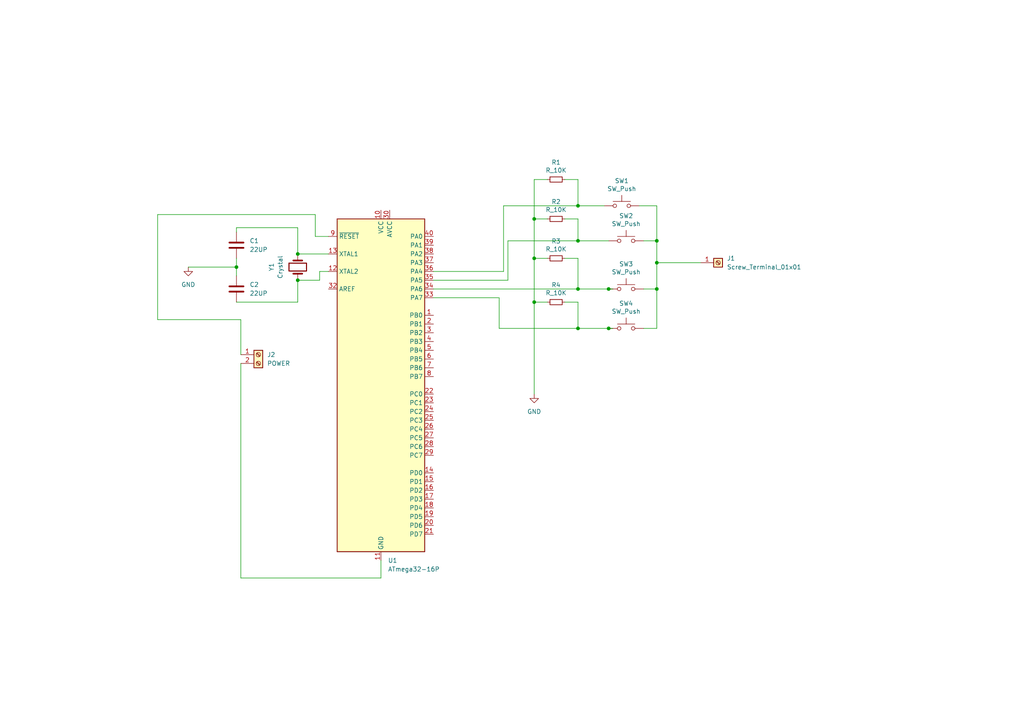
<source format=kicad_sch>
(kicad_sch (version 20211123) (generator eeschema)

  (uuid 18b3d4a4-2af4-474e-9efa-28299a054216)

  (paper "A4")

  (lib_symbols
    (symbol "Connector:Screw_Terminal_01x01" (pin_names (offset 1.016) hide) (in_bom yes) (on_board yes)
      (property "Reference" "J" (id 0) (at 0 2.54 0)
        (effects (font (size 1.27 1.27)))
      )
      (property "Value" "Screw_Terminal_01x01" (id 1) (at 0 -2.54 0)
        (effects (font (size 1.27 1.27)))
      )
      (property "Footprint" "" (id 2) (at 0 0 0)
        (effects (font (size 1.27 1.27)) hide)
      )
      (property "Datasheet" "~" (id 3) (at 0 0 0)
        (effects (font (size 1.27 1.27)) hide)
      )
      (property "ki_keywords" "screw terminal" (id 4) (at 0 0 0)
        (effects (font (size 1.27 1.27)) hide)
      )
      (property "ki_description" "Generic screw terminal, single row, 01x01, script generated (kicad-library-utils/schlib/autogen/connector/)" (id 5) (at 0 0 0)
        (effects (font (size 1.27 1.27)) hide)
      )
      (property "ki_fp_filters" "TerminalBlock*:*" (id 6) (at 0 0 0)
        (effects (font (size 1.27 1.27)) hide)
      )
      (symbol "Screw_Terminal_01x01_1_1"
        (rectangle (start -1.27 1.27) (end 1.27 -1.27)
          (stroke (width 0.254) (type default) (color 0 0 0 0))
          (fill (type background))
        )
        (polyline
          (pts
            (xy -0.5334 0.3302)
            (xy 0.3302 -0.508)
          )
          (stroke (width 0.1524) (type default) (color 0 0 0 0))
          (fill (type none))
        )
        (polyline
          (pts
            (xy -0.3556 0.508)
            (xy 0.508 -0.3302)
          )
          (stroke (width 0.1524) (type default) (color 0 0 0 0))
          (fill (type none))
        )
        (circle (center 0 0) (radius 0.635)
          (stroke (width 0.1524) (type default) (color 0 0 0 0))
          (fill (type none))
        )
        (pin passive line (at -5.08 0 0) (length 3.81)
          (name "Pin_1" (effects (font (size 1.27 1.27))))
          (number "1" (effects (font (size 1.27 1.27))))
        )
      )
    )
    (symbol "Connector:Screw_Terminal_01x02" (pin_names (offset 1.016) hide) (in_bom yes) (on_board yes)
      (property "Reference" "J" (id 0) (at 0 2.54 0)
        (effects (font (size 1.27 1.27)))
      )
      (property "Value" "Screw_Terminal_01x02" (id 1) (at 0 -5.08 0)
        (effects (font (size 1.27 1.27)))
      )
      (property "Footprint" "" (id 2) (at 0 0 0)
        (effects (font (size 1.27 1.27)) hide)
      )
      (property "Datasheet" "~" (id 3) (at 0 0 0)
        (effects (font (size 1.27 1.27)) hide)
      )
      (property "ki_keywords" "screw terminal" (id 4) (at 0 0 0)
        (effects (font (size 1.27 1.27)) hide)
      )
      (property "ki_description" "Generic screw terminal, single row, 01x02, script generated (kicad-library-utils/schlib/autogen/connector/)" (id 5) (at 0 0 0)
        (effects (font (size 1.27 1.27)) hide)
      )
      (property "ki_fp_filters" "TerminalBlock*:*" (id 6) (at 0 0 0)
        (effects (font (size 1.27 1.27)) hide)
      )
      (symbol "Screw_Terminal_01x02_1_1"
        (rectangle (start -1.27 1.27) (end 1.27 -3.81)
          (stroke (width 0.254) (type default) (color 0 0 0 0))
          (fill (type background))
        )
        (circle (center 0 -2.54) (radius 0.635)
          (stroke (width 0.1524) (type default) (color 0 0 0 0))
          (fill (type none))
        )
        (polyline
          (pts
            (xy -0.5334 -2.2098)
            (xy 0.3302 -3.048)
          )
          (stroke (width 0.1524) (type default) (color 0 0 0 0))
          (fill (type none))
        )
        (polyline
          (pts
            (xy -0.5334 0.3302)
            (xy 0.3302 -0.508)
          )
          (stroke (width 0.1524) (type default) (color 0 0 0 0))
          (fill (type none))
        )
        (polyline
          (pts
            (xy -0.3556 -2.032)
            (xy 0.508 -2.8702)
          )
          (stroke (width 0.1524) (type default) (color 0 0 0 0))
          (fill (type none))
        )
        (polyline
          (pts
            (xy -0.3556 0.508)
            (xy 0.508 -0.3302)
          )
          (stroke (width 0.1524) (type default) (color 0 0 0 0))
          (fill (type none))
        )
        (circle (center 0 0) (radius 0.635)
          (stroke (width 0.1524) (type default) (color 0 0 0 0))
          (fill (type none))
        )
        (pin passive line (at -5.08 0 0) (length 3.81)
          (name "Pin_1" (effects (font (size 1.27 1.27))))
          (number "1" (effects (font (size 1.27 1.27))))
        )
        (pin passive line (at -5.08 -2.54 0) (length 3.81)
          (name "Pin_2" (effects (font (size 1.27 1.27))))
          (number "2" (effects (font (size 1.27 1.27))))
        )
      )
    )
    (symbol "Device:C" (pin_numbers hide) (pin_names (offset 0.254)) (in_bom yes) (on_board yes)
      (property "Reference" "C" (id 0) (at 0.635 2.54 0)
        (effects (font (size 1.27 1.27)) (justify left))
      )
      (property "Value" "C" (id 1) (at 0.635 -2.54 0)
        (effects (font (size 1.27 1.27)) (justify left))
      )
      (property "Footprint" "" (id 2) (at 0.9652 -3.81 0)
        (effects (font (size 1.27 1.27)) hide)
      )
      (property "Datasheet" "~" (id 3) (at 0 0 0)
        (effects (font (size 1.27 1.27)) hide)
      )
      (property "ki_keywords" "cap capacitor" (id 4) (at 0 0 0)
        (effects (font (size 1.27 1.27)) hide)
      )
      (property "ki_description" "Unpolarized capacitor" (id 5) (at 0 0 0)
        (effects (font (size 1.27 1.27)) hide)
      )
      (property "ki_fp_filters" "C_*" (id 6) (at 0 0 0)
        (effects (font (size 1.27 1.27)) hide)
      )
      (symbol "C_0_1"
        (polyline
          (pts
            (xy -2.032 -0.762)
            (xy 2.032 -0.762)
          )
          (stroke (width 0.508) (type default) (color 0 0 0 0))
          (fill (type none))
        )
        (polyline
          (pts
            (xy -2.032 0.762)
            (xy 2.032 0.762)
          )
          (stroke (width 0.508) (type default) (color 0 0 0 0))
          (fill (type none))
        )
      )
      (symbol "C_1_1"
        (pin passive line (at 0 3.81 270) (length 2.794)
          (name "~" (effects (font (size 1.27 1.27))))
          (number "1" (effects (font (size 1.27 1.27))))
        )
        (pin passive line (at 0 -3.81 90) (length 2.794)
          (name "~" (effects (font (size 1.27 1.27))))
          (number "2" (effects (font (size 1.27 1.27))))
        )
      )
    )
    (symbol "Device:Crystal" (pin_numbers hide) (pin_names (offset 1.016) hide) (in_bom yes) (on_board yes)
      (property "Reference" "Y" (id 0) (at 0 3.81 0)
        (effects (font (size 1.27 1.27)))
      )
      (property "Value" "Crystal" (id 1) (at 0 -3.81 0)
        (effects (font (size 1.27 1.27)))
      )
      (property "Footprint" "" (id 2) (at 0 0 0)
        (effects (font (size 1.27 1.27)) hide)
      )
      (property "Datasheet" "~" (id 3) (at 0 0 0)
        (effects (font (size 1.27 1.27)) hide)
      )
      (property "ki_keywords" "quartz ceramic resonator oscillator" (id 4) (at 0 0 0)
        (effects (font (size 1.27 1.27)) hide)
      )
      (property "ki_description" "Two pin crystal" (id 5) (at 0 0 0)
        (effects (font (size 1.27 1.27)) hide)
      )
      (property "ki_fp_filters" "Crystal*" (id 6) (at 0 0 0)
        (effects (font (size 1.27 1.27)) hide)
      )
      (symbol "Crystal_0_1"
        (rectangle (start -1.143 2.54) (end 1.143 -2.54)
          (stroke (width 0.3048) (type default) (color 0 0 0 0))
          (fill (type none))
        )
        (polyline
          (pts
            (xy -2.54 0)
            (xy -1.905 0)
          )
          (stroke (width 0) (type default) (color 0 0 0 0))
          (fill (type none))
        )
        (polyline
          (pts
            (xy -1.905 -1.27)
            (xy -1.905 1.27)
          )
          (stroke (width 0.508) (type default) (color 0 0 0 0))
          (fill (type none))
        )
        (polyline
          (pts
            (xy 1.905 -1.27)
            (xy 1.905 1.27)
          )
          (stroke (width 0.508) (type default) (color 0 0 0 0))
          (fill (type none))
        )
        (polyline
          (pts
            (xy 2.54 0)
            (xy 1.905 0)
          )
          (stroke (width 0) (type default) (color 0 0 0 0))
          (fill (type none))
        )
      )
      (symbol "Crystal_1_1"
        (pin passive line (at -3.81 0 0) (length 1.27)
          (name "1" (effects (font (size 1.27 1.27))))
          (number "1" (effects (font (size 1.27 1.27))))
        )
        (pin passive line (at 3.81 0 180) (length 1.27)
          (name "2" (effects (font (size 1.27 1.27))))
          (number "2" (effects (font (size 1.27 1.27))))
        )
      )
    )
    (symbol "Device:R_Small" (pin_numbers hide) (pin_names (offset 0.254) hide) (in_bom yes) (on_board yes)
      (property "Reference" "R" (id 0) (at 0.762 0.508 0)
        (effects (font (size 1.27 1.27)) (justify left))
      )
      (property "Value" "R_Small" (id 1) (at 0.762 -1.016 0)
        (effects (font (size 1.27 1.27)) (justify left))
      )
      (property "Footprint" "" (id 2) (at 0 0 0)
        (effects (font (size 1.27 1.27)) hide)
      )
      (property "Datasheet" "~" (id 3) (at 0 0 0)
        (effects (font (size 1.27 1.27)) hide)
      )
      (property "ki_keywords" "R resistor" (id 4) (at 0 0 0)
        (effects (font (size 1.27 1.27)) hide)
      )
      (property "ki_description" "Resistor, small symbol" (id 5) (at 0 0 0)
        (effects (font (size 1.27 1.27)) hide)
      )
      (property "ki_fp_filters" "R_*" (id 6) (at 0 0 0)
        (effects (font (size 1.27 1.27)) hide)
      )
      (symbol "R_Small_0_1"
        (rectangle (start -0.762 1.778) (end 0.762 -1.778)
          (stroke (width 0.2032) (type default) (color 0 0 0 0))
          (fill (type none))
        )
      )
      (symbol "R_Small_1_1"
        (pin passive line (at 0 2.54 270) (length 0.762)
          (name "~" (effects (font (size 1.27 1.27))))
          (number "1" (effects (font (size 1.27 1.27))))
        )
        (pin passive line (at 0 -2.54 90) (length 0.762)
          (name "~" (effects (font (size 1.27 1.27))))
          (number "2" (effects (font (size 1.27 1.27))))
        )
      )
    )
    (symbol "MCU_Microchip_ATmega:ATmega32-16P" (in_bom yes) (on_board yes)
      (property "Reference" "U" (id 0) (at -12.7 49.53 0)
        (effects (font (size 1.27 1.27)) (justify left bottom))
      )
      (property "Value" "ATmega32-16P" (id 1) (at 2.54 -49.53 0)
        (effects (font (size 1.27 1.27)) (justify left top))
      )
      (property "Footprint" "Package_DIP:DIP-40_W15.24mm" (id 2) (at 0 0 0)
        (effects (font (size 1.27 1.27) italic) hide)
      )
      (property "Datasheet" "http://ww1.microchip.com/downloads/en/DeviceDoc/doc2503.pdf" (id 3) (at 0 0 0)
        (effects (font (size 1.27 1.27)) hide)
      )
      (property "ki_keywords" "AVR 8bit Microcontroller MegaAVR" (id 4) (at 0 0 0)
        (effects (font (size 1.27 1.27)) hide)
      )
      (property "ki_description" "16MHz, 32kB Flash, 2kB SRAM, 1kB EEPROM, JTAG, DIP-40" (id 5) (at 0 0 0)
        (effects (font (size 1.27 1.27)) hide)
      )
      (property "ki_fp_filters" "DIP*W15.24mm*" (id 6) (at 0 0 0)
        (effects (font (size 1.27 1.27)) hide)
      )
      (symbol "ATmega32-16P_0_1"
        (rectangle (start -12.7 -48.26) (end 12.7 48.26)
          (stroke (width 0.254) (type default) (color 0 0 0 0))
          (fill (type background))
        )
      )
      (symbol "ATmega32-16P_1_1"
        (pin bidirectional line (at 15.24 20.32 180) (length 2.54)
          (name "PB0" (effects (font (size 1.27 1.27))))
          (number "1" (effects (font (size 1.27 1.27))))
        )
        (pin power_in line (at 0 50.8 270) (length 2.54)
          (name "VCC" (effects (font (size 1.27 1.27))))
          (number "10" (effects (font (size 1.27 1.27))))
        )
        (pin power_in line (at 0 -50.8 90) (length 2.54)
          (name "GND" (effects (font (size 1.27 1.27))))
          (number "11" (effects (font (size 1.27 1.27))))
        )
        (pin output line (at -15.24 33.02 0) (length 2.54)
          (name "XTAL2" (effects (font (size 1.27 1.27))))
          (number "12" (effects (font (size 1.27 1.27))))
        )
        (pin input line (at -15.24 38.1 0) (length 2.54)
          (name "XTAL1" (effects (font (size 1.27 1.27))))
          (number "13" (effects (font (size 1.27 1.27))))
        )
        (pin bidirectional line (at 15.24 -25.4 180) (length 2.54)
          (name "PD0" (effects (font (size 1.27 1.27))))
          (number "14" (effects (font (size 1.27 1.27))))
        )
        (pin bidirectional line (at 15.24 -27.94 180) (length 2.54)
          (name "PD1" (effects (font (size 1.27 1.27))))
          (number "15" (effects (font (size 1.27 1.27))))
        )
        (pin bidirectional line (at 15.24 -30.48 180) (length 2.54)
          (name "PD2" (effects (font (size 1.27 1.27))))
          (number "16" (effects (font (size 1.27 1.27))))
        )
        (pin bidirectional line (at 15.24 -33.02 180) (length 2.54)
          (name "PD3" (effects (font (size 1.27 1.27))))
          (number "17" (effects (font (size 1.27 1.27))))
        )
        (pin bidirectional line (at 15.24 -35.56 180) (length 2.54)
          (name "PD4" (effects (font (size 1.27 1.27))))
          (number "18" (effects (font (size 1.27 1.27))))
        )
        (pin bidirectional line (at 15.24 -38.1 180) (length 2.54)
          (name "PD5" (effects (font (size 1.27 1.27))))
          (number "19" (effects (font (size 1.27 1.27))))
        )
        (pin bidirectional line (at 15.24 17.78 180) (length 2.54)
          (name "PB1" (effects (font (size 1.27 1.27))))
          (number "2" (effects (font (size 1.27 1.27))))
        )
        (pin bidirectional line (at 15.24 -40.64 180) (length 2.54)
          (name "PD6" (effects (font (size 1.27 1.27))))
          (number "20" (effects (font (size 1.27 1.27))))
        )
        (pin bidirectional line (at 15.24 -43.18 180) (length 2.54)
          (name "PD7" (effects (font (size 1.27 1.27))))
          (number "21" (effects (font (size 1.27 1.27))))
        )
        (pin bidirectional line (at 15.24 -2.54 180) (length 2.54)
          (name "PC0" (effects (font (size 1.27 1.27))))
          (number "22" (effects (font (size 1.27 1.27))))
        )
        (pin bidirectional line (at 15.24 -5.08 180) (length 2.54)
          (name "PC1" (effects (font (size 1.27 1.27))))
          (number "23" (effects (font (size 1.27 1.27))))
        )
        (pin bidirectional line (at 15.24 -7.62 180) (length 2.54)
          (name "PC2" (effects (font (size 1.27 1.27))))
          (number "24" (effects (font (size 1.27 1.27))))
        )
        (pin bidirectional line (at 15.24 -10.16 180) (length 2.54)
          (name "PC3" (effects (font (size 1.27 1.27))))
          (number "25" (effects (font (size 1.27 1.27))))
        )
        (pin bidirectional line (at 15.24 -12.7 180) (length 2.54)
          (name "PC4" (effects (font (size 1.27 1.27))))
          (number "26" (effects (font (size 1.27 1.27))))
        )
        (pin bidirectional line (at 15.24 -15.24 180) (length 2.54)
          (name "PC5" (effects (font (size 1.27 1.27))))
          (number "27" (effects (font (size 1.27 1.27))))
        )
        (pin bidirectional line (at 15.24 -17.78 180) (length 2.54)
          (name "PC6" (effects (font (size 1.27 1.27))))
          (number "28" (effects (font (size 1.27 1.27))))
        )
        (pin bidirectional line (at 15.24 -20.32 180) (length 2.54)
          (name "PC7" (effects (font (size 1.27 1.27))))
          (number "29" (effects (font (size 1.27 1.27))))
        )
        (pin bidirectional line (at 15.24 15.24 180) (length 2.54)
          (name "PB2" (effects (font (size 1.27 1.27))))
          (number "3" (effects (font (size 1.27 1.27))))
        )
        (pin power_in line (at 2.54 50.8 270) (length 2.54)
          (name "AVCC" (effects (font (size 1.27 1.27))))
          (number "30" (effects (font (size 1.27 1.27))))
        )
        (pin passive line (at 0 -50.8 90) (length 2.54) hide
          (name "GND" (effects (font (size 1.27 1.27))))
          (number "31" (effects (font (size 1.27 1.27))))
        )
        (pin passive line (at -15.24 27.94 0) (length 2.54)
          (name "AREF" (effects (font (size 1.27 1.27))))
          (number "32" (effects (font (size 1.27 1.27))))
        )
        (pin bidirectional line (at 15.24 25.4 180) (length 2.54)
          (name "PA7" (effects (font (size 1.27 1.27))))
          (number "33" (effects (font (size 1.27 1.27))))
        )
        (pin bidirectional line (at 15.24 27.94 180) (length 2.54)
          (name "PA6" (effects (font (size 1.27 1.27))))
          (number "34" (effects (font (size 1.27 1.27))))
        )
        (pin bidirectional line (at 15.24 30.48 180) (length 2.54)
          (name "PA5" (effects (font (size 1.27 1.27))))
          (number "35" (effects (font (size 1.27 1.27))))
        )
        (pin bidirectional line (at 15.24 33.02 180) (length 2.54)
          (name "PA4" (effects (font (size 1.27 1.27))))
          (number "36" (effects (font (size 1.27 1.27))))
        )
        (pin bidirectional line (at 15.24 35.56 180) (length 2.54)
          (name "PA3" (effects (font (size 1.27 1.27))))
          (number "37" (effects (font (size 1.27 1.27))))
        )
        (pin bidirectional line (at 15.24 38.1 180) (length 2.54)
          (name "PA2" (effects (font (size 1.27 1.27))))
          (number "38" (effects (font (size 1.27 1.27))))
        )
        (pin bidirectional line (at 15.24 40.64 180) (length 2.54)
          (name "PA1" (effects (font (size 1.27 1.27))))
          (number "39" (effects (font (size 1.27 1.27))))
        )
        (pin bidirectional line (at 15.24 12.7 180) (length 2.54)
          (name "PB3" (effects (font (size 1.27 1.27))))
          (number "4" (effects (font (size 1.27 1.27))))
        )
        (pin bidirectional line (at 15.24 43.18 180) (length 2.54)
          (name "PA0" (effects (font (size 1.27 1.27))))
          (number "40" (effects (font (size 1.27 1.27))))
        )
        (pin bidirectional line (at 15.24 10.16 180) (length 2.54)
          (name "PB4" (effects (font (size 1.27 1.27))))
          (number "5" (effects (font (size 1.27 1.27))))
        )
        (pin bidirectional line (at 15.24 7.62 180) (length 2.54)
          (name "PB5" (effects (font (size 1.27 1.27))))
          (number "6" (effects (font (size 1.27 1.27))))
        )
        (pin bidirectional line (at 15.24 5.08 180) (length 2.54)
          (name "PB6" (effects (font (size 1.27 1.27))))
          (number "7" (effects (font (size 1.27 1.27))))
        )
        (pin bidirectional line (at 15.24 2.54 180) (length 2.54)
          (name "PB7" (effects (font (size 1.27 1.27))))
          (number "8" (effects (font (size 1.27 1.27))))
        )
        (pin input line (at -15.24 43.18 0) (length 2.54)
          (name "~{RESET}" (effects (font (size 1.27 1.27))))
          (number "9" (effects (font (size 1.27 1.27))))
        )
      )
    )
    (symbol "Switch:SW_Push" (pin_numbers hide) (pin_names (offset 1.016) hide) (in_bom yes) (on_board yes)
      (property "Reference" "SW" (id 0) (at 1.27 2.54 0)
        (effects (font (size 1.27 1.27)) (justify left))
      )
      (property "Value" "SW_Push" (id 1) (at 0 -1.524 0)
        (effects (font (size 1.27 1.27)))
      )
      (property "Footprint" "" (id 2) (at 0 5.08 0)
        (effects (font (size 1.27 1.27)) hide)
      )
      (property "Datasheet" "~" (id 3) (at 0 5.08 0)
        (effects (font (size 1.27 1.27)) hide)
      )
      (property "ki_keywords" "switch normally-open pushbutton push-button" (id 4) (at 0 0 0)
        (effects (font (size 1.27 1.27)) hide)
      )
      (property "ki_description" "Push button switch, generic, two pins" (id 5) (at 0 0 0)
        (effects (font (size 1.27 1.27)) hide)
      )
      (symbol "SW_Push_0_1"
        (circle (center -2.032 0) (radius 0.508)
          (stroke (width 0) (type default) (color 0 0 0 0))
          (fill (type none))
        )
        (polyline
          (pts
            (xy 0 1.27)
            (xy 0 3.048)
          )
          (stroke (width 0) (type default) (color 0 0 0 0))
          (fill (type none))
        )
        (polyline
          (pts
            (xy 2.54 1.27)
            (xy -2.54 1.27)
          )
          (stroke (width 0) (type default) (color 0 0 0 0))
          (fill (type none))
        )
        (circle (center 2.032 0) (radius 0.508)
          (stroke (width 0) (type default) (color 0 0 0 0))
          (fill (type none))
        )
        (pin passive line (at -5.08 0 0) (length 2.54)
          (name "1" (effects (font (size 1.27 1.27))))
          (number "1" (effects (font (size 1.27 1.27))))
        )
        (pin passive line (at 5.08 0 180) (length 2.54)
          (name "2" (effects (font (size 1.27 1.27))))
          (number "2" (effects (font (size 1.27 1.27))))
        )
      )
    )
    (symbol "power:GND" (power) (pin_names (offset 0)) (in_bom yes) (on_board yes)
      (property "Reference" "#PWR" (id 0) (at 0 -6.35 0)
        (effects (font (size 1.27 1.27)) hide)
      )
      (property "Value" "GND" (id 1) (at 0 -3.81 0)
        (effects (font (size 1.27 1.27)))
      )
      (property "Footprint" "" (id 2) (at 0 0 0)
        (effects (font (size 1.27 1.27)) hide)
      )
      (property "Datasheet" "" (id 3) (at 0 0 0)
        (effects (font (size 1.27 1.27)) hide)
      )
      (property "ki_keywords" "power-flag" (id 4) (at 0 0 0)
        (effects (font (size 1.27 1.27)) hide)
      )
      (property "ki_description" "Power symbol creates a global label with name \"GND\" , ground" (id 5) (at 0 0 0)
        (effects (font (size 1.27 1.27)) hide)
      )
      (symbol "GND_0_1"
        (polyline
          (pts
            (xy 0 0)
            (xy 0 -1.27)
            (xy 1.27 -1.27)
            (xy 0 -2.54)
            (xy -1.27 -1.27)
            (xy 0 -1.27)
          )
          (stroke (width 0) (type default) (color 0 0 0 0))
          (fill (type none))
        )
      )
      (symbol "GND_1_1"
        (pin power_in line (at 0 0 270) (length 0) hide
          (name "GND" (effects (font (size 1.27 1.27))))
          (number "1" (effects (font (size 1.27 1.27))))
        )
      )
    )
  )

  (junction (at 86.36 81.28) (diameter 0) (color 0 0 0 0)
    (uuid 09be0caa-6569-4707-8fb8-9e15e386baa3)
  )
  (junction (at 68.58 77.47) (diameter 0) (color 0 0 0 0)
    (uuid 1be81e72-f38e-463e-9d56-08c52e5b3f19)
  )
  (junction (at 154.94 87.63) (diameter 0) (color 0 0 0 0)
    (uuid 370ebb1e-b4d1-4b55-8214-c3debdb82fe2)
  )
  (junction (at 190.5 83.82) (diameter 0) (color 0 0 0 0)
    (uuid 4950a92d-1d5d-4601-963b-0c51c8ed8918)
  )
  (junction (at 154.94 63.5) (diameter 0) (color 0 0 0 0)
    (uuid 49e23def-d72f-4693-91cc-585ba2889647)
  )
  (junction (at 86.36 73.66) (diameter 0) (color 0 0 0 0)
    (uuid 4e12d218-82f3-477c-8bc1-1d5e8fc28a67)
  )
  (junction (at 167.64 83.82) (diameter 0) (color 0 0 0 0)
    (uuid 6b287e7b-f4a7-4649-9fb7-29617adcca31)
  )
  (junction (at 190.5 76.2) (diameter 0) (color 0 0 0 0)
    (uuid 86f9b4c0-bda6-44b9-90c1-4eaf087e2704)
  )
  (junction (at 167.64 69.85) (diameter 0) (color 0 0 0 0)
    (uuid 9960ec32-6ef4-4d65-ac3e-dafbec1421fb)
  )
  (junction (at 176.53 95.25) (diameter 0) (color 0 0 0 0)
    (uuid a6731551-fc01-4d3f-b319-47b822546e54)
  )
  (junction (at 167.64 59.69) (diameter 0) (color 0 0 0 0)
    (uuid bbeddf3b-71ab-4881-bb47-7efc31433ada)
  )
  (junction (at 190.5 69.85) (diameter 0) (color 0 0 0 0)
    (uuid dbca941c-729e-4322-8545-626b2376ef0a)
  )
  (junction (at 167.64 95.25) (diameter 0) (color 0 0 0 0)
    (uuid e03a77c7-34c8-4217-8478-b8f7a790a29a)
  )
  (junction (at 176.53 83.82) (diameter 0) (color 0 0 0 0)
    (uuid e745c4b0-7a30-42dd-9380-3aca66693c80)
  )
  (junction (at 154.94 74.93) (diameter 0) (color 0 0 0 0)
    (uuid f2321c6f-5923-4df0-afc7-41fe67c13534)
  )

  (wire (pts (xy 167.64 63.5) (xy 167.64 69.85))
    (stroke (width 0) (type default) (color 0 0 0 0))
    (uuid 0185552a-c4aa-4e6b-8169-2b85cc22337a)
  )
  (wire (pts (xy 167.64 59.69) (xy 146.05 59.69))
    (stroke (width 0) (type default) (color 0 0 0 0))
    (uuid 028b5ed4-98ff-4fc3-8ee6-5bb6d75653b9)
  )
  (wire (pts (xy 125.73 83.82) (xy 167.64 83.82))
    (stroke (width 0) (type default) (color 0 0 0 0))
    (uuid 085a5a34-ee43-47a4-95ed-559566bc85d5)
  )
  (wire (pts (xy 154.94 74.93) (xy 154.94 87.63))
    (stroke (width 0) (type default) (color 0 0 0 0))
    (uuid 097d9f3f-79a4-451b-b43a-70edc68c1a09)
  )
  (wire (pts (xy 69.85 167.64) (xy 110.49 167.64))
    (stroke (width 0) (type default) (color 0 0 0 0))
    (uuid 12610b40-beb4-4cd3-a21c-19c76e08230e)
  )
  (wire (pts (xy 167.64 87.63) (xy 167.64 95.25))
    (stroke (width 0) (type default) (color 0 0 0 0))
    (uuid 153b7fc9-2388-4bfa-b7c8-1145674829d0)
  )
  (wire (pts (xy 167.64 95.25) (xy 176.53 95.25))
    (stroke (width 0) (type default) (color 0 0 0 0))
    (uuid 15e3d041-df37-4c9e-9837-0f0362dcb0b5)
  )
  (wire (pts (xy 86.36 73.66) (xy 95.25 73.66))
    (stroke (width 0) (type default) (color 0 0 0 0))
    (uuid 1656d0ba-f94a-42f9-8cb3-39ab3a6ba5ee)
  )
  (wire (pts (xy 190.5 59.69) (xy 185.42 59.69))
    (stroke (width 0) (type default) (color 0 0 0 0))
    (uuid 17f88a89-2fb6-4c5f-86f0-242839ccc8d8)
  )
  (wire (pts (xy 125.73 81.28) (xy 147.32 81.28))
    (stroke (width 0) (type default) (color 0 0 0 0))
    (uuid 18fecf0c-6de4-4131-a623-307d6d3d421b)
  )
  (wire (pts (xy 91.44 62.23) (xy 91.44 68.58))
    (stroke (width 0) (type default) (color 0 0 0 0))
    (uuid 1fc2a127-07d6-4909-b390-b49fbc488187)
  )
  (wire (pts (xy 186.69 69.85) (xy 190.5 69.85))
    (stroke (width 0) (type default) (color 0 0 0 0))
    (uuid 2a667589-cd1e-4a45-afe2-9e0bb3fbae1c)
  )
  (wire (pts (xy 190.5 69.85) (xy 190.5 59.69))
    (stroke (width 0) (type default) (color 0 0 0 0))
    (uuid 2df2733b-5f3f-4194-86ed-24800a4a55f5)
  )
  (wire (pts (xy 144.78 86.36) (xy 144.78 95.25))
    (stroke (width 0) (type default) (color 0 0 0 0))
    (uuid 3273bb8e-ffed-4088-9e2a-c26eae38d6b1)
  )
  (wire (pts (xy 158.75 52.07) (xy 154.94 52.07))
    (stroke (width 0) (type default) (color 0 0 0 0))
    (uuid 375c5d15-cdc2-47f6-a3a5-25bd6a0399af)
  )
  (wire (pts (xy 125.73 78.74) (xy 146.05 78.74))
    (stroke (width 0) (type default) (color 0 0 0 0))
    (uuid 3c9b63a7-6a30-4b46-99ac-449c5b4a755f)
  )
  (wire (pts (xy 190.5 69.85) (xy 190.5 76.2))
    (stroke (width 0) (type default) (color 0 0 0 0))
    (uuid 3e95333a-90ce-47db-a081-c66528ba8df2)
  )
  (wire (pts (xy 186.69 83.82) (xy 190.5 83.82))
    (stroke (width 0) (type default) (color 0 0 0 0))
    (uuid 3ff52506-dc3b-41f5-a6d9-5a67c5326410)
  )
  (wire (pts (xy 163.83 74.93) (xy 167.64 74.93))
    (stroke (width 0) (type default) (color 0 0 0 0))
    (uuid 45473c4a-4d3e-4968-8c64-df1622e5401f)
  )
  (wire (pts (xy 95.25 78.74) (xy 92.71 78.74))
    (stroke (width 0) (type default) (color 0 0 0 0))
    (uuid 4922c8ce-4510-4207-a4d9-726ced43aa14)
  )
  (wire (pts (xy 176.53 69.85) (xy 167.64 69.85))
    (stroke (width 0) (type default) (color 0 0 0 0))
    (uuid 4e79557c-2d24-4f1a-86cf-5d39fb748eeb)
  )
  (wire (pts (xy 177.8 83.82) (xy 176.53 83.82))
    (stroke (width 0) (type default) (color 0 0 0 0))
    (uuid 4f7ce671-71a5-437d-b521-c0b288451800)
  )
  (wire (pts (xy 68.58 66.04) (xy 68.58 67.31))
    (stroke (width 0) (type default) (color 0 0 0 0))
    (uuid 511129fc-fff4-4c67-ab88-73a7fc3b2c9f)
  )
  (wire (pts (xy 154.94 87.63) (xy 158.75 87.63))
    (stroke (width 0) (type default) (color 0 0 0 0))
    (uuid 543fdcd6-dfbc-4505-82e1-1833063362f6)
  )
  (wire (pts (xy 175.26 59.69) (xy 167.64 59.69))
    (stroke (width 0) (type default) (color 0 0 0 0))
    (uuid 587bd18d-79ec-4a30-9b36-0a70895038a8)
  )
  (wire (pts (xy 45.72 62.23) (xy 91.44 62.23))
    (stroke (width 0) (type default) (color 0 0 0 0))
    (uuid 5fb43620-1b5e-4e33-ac9e-9c456b6332b2)
  )
  (wire (pts (xy 186.69 95.25) (xy 190.5 95.25))
    (stroke (width 0) (type default) (color 0 0 0 0))
    (uuid 60653f21-7eba-4495-9630-86e11e52dbbd)
  )
  (wire (pts (xy 154.94 87.63) (xy 154.94 114.3))
    (stroke (width 0) (type default) (color 0 0 0 0))
    (uuid 662eece8-ae50-4f86-8579-2ee8b47fc867)
  )
  (wire (pts (xy 163.83 87.63) (xy 167.64 87.63))
    (stroke (width 0) (type default) (color 0 0 0 0))
    (uuid 69285fd1-8ca0-412f-a470-4406e47b8326)
  )
  (wire (pts (xy 92.71 78.74) (xy 92.71 81.28))
    (stroke (width 0) (type default) (color 0 0 0 0))
    (uuid 79df4086-0b7d-4d6b-9906-df2ade3e4b25)
  )
  (wire (pts (xy 154.94 52.07) (xy 154.94 63.5))
    (stroke (width 0) (type default) (color 0 0 0 0))
    (uuid 7a6e040a-1154-463d-b89f-f6d2e5f57f35)
  )
  (wire (pts (xy 158.75 63.5) (xy 154.94 63.5))
    (stroke (width 0) (type default) (color 0 0 0 0))
    (uuid 85baefa3-3182-4d5f-a353-eb5e0d65c16c)
  )
  (wire (pts (xy 147.32 69.85) (xy 147.32 81.28))
    (stroke (width 0) (type default) (color 0 0 0 0))
    (uuid 8aab9a29-2583-4686-9b2b-f4b418c9c9af)
  )
  (wire (pts (xy 190.5 76.2) (xy 203.2 76.2))
    (stroke (width 0) (type default) (color 0 0 0 0))
    (uuid 931dc9e1-7cbd-49d7-9e71-c6dd56a31f48)
  )
  (wire (pts (xy 91.44 68.58) (xy 95.25 68.58))
    (stroke (width 0) (type default) (color 0 0 0 0))
    (uuid 95518b77-b757-43e6-8d00-eb7bb70a1c1e)
  )
  (wire (pts (xy 190.5 76.2) (xy 190.5 83.82))
    (stroke (width 0) (type default) (color 0 0 0 0))
    (uuid 96222205-1139-45c6-b494-a94b48a0555b)
  )
  (wire (pts (xy 54.61 77.47) (xy 68.58 77.47))
    (stroke (width 0) (type default) (color 0 0 0 0))
    (uuid a008015b-6066-48c1-a87e-61e51a622a4f)
  )
  (wire (pts (xy 125.73 86.36) (xy 144.78 86.36))
    (stroke (width 0) (type default) (color 0 0 0 0))
    (uuid a3622cd8-c5d4-4415-b1ff-fee644702f84)
  )
  (wire (pts (xy 167.64 74.93) (xy 167.64 83.82))
    (stroke (width 0) (type default) (color 0 0 0 0))
    (uuid a6c952ef-0555-4eb0-8c24-6bfe72c8385b)
  )
  (wire (pts (xy 86.36 73.66) (xy 86.36 66.04))
    (stroke (width 0) (type default) (color 0 0 0 0))
    (uuid aa68ab56-079e-4781-b75d-91b1ab044b10)
  )
  (wire (pts (xy 154.94 63.5) (xy 154.94 74.93))
    (stroke (width 0) (type default) (color 0 0 0 0))
    (uuid b2e11404-f2fd-422c-8cbe-accc0599dab7)
  )
  (wire (pts (xy 86.36 81.28) (xy 86.36 87.63))
    (stroke (width 0) (type default) (color 0 0 0 0))
    (uuid b399c3ca-3d1e-486c-98ae-2779dae0ac7a)
  )
  (wire (pts (xy 69.85 92.71) (xy 45.72 92.71))
    (stroke (width 0) (type default) (color 0 0 0 0))
    (uuid b51cd9eb-1ed7-4557-b18f-fecee9537a4a)
  )
  (wire (pts (xy 176.53 95.25) (xy 177.8 95.25))
    (stroke (width 0) (type default) (color 0 0 0 0))
    (uuid b548a3b7-93d4-48a9-b99f-b6fcbffe0dd6)
  )
  (wire (pts (xy 110.49 162.56) (xy 110.49 167.64))
    (stroke (width 0) (type default) (color 0 0 0 0))
    (uuid b5d04977-3af1-48f4-b9ab-4686dcf336b5)
  )
  (wire (pts (xy 176.53 83.82) (xy 167.64 83.82))
    (stroke (width 0) (type default) (color 0 0 0 0))
    (uuid b61e896f-f49a-4f4b-897d-1ac7c1124be9)
  )
  (wire (pts (xy 69.85 105.41) (xy 69.85 167.64))
    (stroke (width 0) (type default) (color 0 0 0 0))
    (uuid b9841695-b766-43f4-a9fa-24337af4d076)
  )
  (wire (pts (xy 167.64 69.85) (xy 147.32 69.85))
    (stroke (width 0) (type default) (color 0 0 0 0))
    (uuid bd531ff2-cf12-4331-b22e-260fa871f38f)
  )
  (wire (pts (xy 68.58 74.93) (xy 68.58 77.47))
    (stroke (width 0) (type default) (color 0 0 0 0))
    (uuid bf38730a-03fe-483d-8a9f-8795423f39d7)
  )
  (wire (pts (xy 144.78 95.25) (xy 167.64 95.25))
    (stroke (width 0) (type default) (color 0 0 0 0))
    (uuid c875ca80-c795-4faa-bccf-ea1688ccb245)
  )
  (wire (pts (xy 68.58 77.47) (xy 68.58 80.01))
    (stroke (width 0) (type default) (color 0 0 0 0))
    (uuid cb2b7ee4-1eac-4709-879b-551f709a07b0)
  )
  (wire (pts (xy 190.5 95.25) (xy 190.5 83.82))
    (stroke (width 0) (type default) (color 0 0 0 0))
    (uuid cbe452d1-4c99-4d91-8b07-9917038478d2)
  )
  (wire (pts (xy 92.71 81.28) (xy 86.36 81.28))
    (stroke (width 0) (type default) (color 0 0 0 0))
    (uuid cec5dd9b-3e4e-41eb-b109-01e43f12d038)
  )
  (wire (pts (xy 86.36 66.04) (xy 68.58 66.04))
    (stroke (width 0) (type default) (color 0 0 0 0))
    (uuid da0346c6-59ed-432b-8dac-75c8a28c087e)
  )
  (wire (pts (xy 158.75 74.93) (xy 154.94 74.93))
    (stroke (width 0) (type default) (color 0 0 0 0))
    (uuid da674d80-a2c4-4235-ab0f-6ab562165cad)
  )
  (wire (pts (xy 167.64 52.07) (xy 167.64 59.69))
    (stroke (width 0) (type default) (color 0 0 0 0))
    (uuid dfeb636d-3fd4-467e-83a4-c69c38077c68)
  )
  (wire (pts (xy 146.05 59.69) (xy 146.05 78.74))
    (stroke (width 0) (type default) (color 0 0 0 0))
    (uuid e3bbf8cf-f6fe-40e0-86dd-d54677e679c9)
  )
  (wire (pts (xy 163.83 52.07) (xy 167.64 52.07))
    (stroke (width 0) (type default) (color 0 0 0 0))
    (uuid ecf50f36-9fe5-4ab6-8a73-d970775bf0b8)
  )
  (wire (pts (xy 86.36 87.63) (xy 68.58 87.63))
    (stroke (width 0) (type default) (color 0 0 0 0))
    (uuid eea9c0d4-7384-4793-a70d-ab82eb88cc92)
  )
  (wire (pts (xy 69.85 102.87) (xy 69.85 92.71))
    (stroke (width 0) (type default) (color 0 0 0 0))
    (uuid f11c2e14-2a9d-43b2-8191-f3977984d202)
  )
  (wire (pts (xy 45.72 92.71) (xy 45.72 62.23))
    (stroke (width 0) (type default) (color 0 0 0 0))
    (uuid f6277f8d-ead2-41e4-967b-77f119ed0ddf)
  )
  (wire (pts (xy 163.83 63.5) (xy 167.64 63.5))
    (stroke (width 0) (type default) (color 0 0 0 0))
    (uuid fe412f36-74fc-46e7-95d7-6e649e40d797)
  )

  (symbol (lib_id "Switch:SW_Push") (at 180.34 59.69 0) (unit 1)
    (in_bom yes) (on_board yes)
    (uuid 00000000-0000-0000-0000-00006299a89d)
    (property "Reference" "SW1" (id 0) (at 180.34 52.451 0))
    (property "Value" "SW_Push" (id 1) (at 180.34 54.7624 0))
    (property "Footprint" "Button_Switch_THT:SW_PUSH_6mm" (id 2) (at 180.34 54.61 0)
      (effects (font (size 1.27 1.27)) hide)
    )
    (property "Datasheet" "~" (id 3) (at 180.34 54.61 0)
      (effects (font (size 1.27 1.27)) hide)
    )
    (pin "1" (uuid b573ca99-77aa-4fed-a050-1342b70bb1d4))
    (pin "2" (uuid f2ee0b9f-5dc1-4974-a7ff-826fc28cf0ed))
  )

  (symbol (lib_id "Switch:SW_Push") (at 181.61 69.85 0) (unit 1)
    (in_bom yes) (on_board yes)
    (uuid 00000000-0000-0000-0000-0000629a2935)
    (property "Reference" "SW2" (id 0) (at 181.61 62.611 0))
    (property "Value" "SW_Push" (id 1) (at 181.61 64.9224 0))
    (property "Footprint" "Button_Switch_THT:SW_PUSH_6mm" (id 2) (at 181.61 64.77 0)
      (effects (font (size 1.27 1.27)) hide)
    )
    (property "Datasheet" "~" (id 3) (at 181.61 64.77 0)
      (effects (font (size 1.27 1.27)) hide)
    )
    (pin "1" (uuid 5c461bcc-49d6-413c-a2c0-8ae1b38328d2))
    (pin "2" (uuid b3a7226d-f4b0-4420-bd18-45c7cdbdf72f))
  )

  (symbol (lib_id "Switch:SW_Push") (at 181.61 83.82 0) (unit 1)
    (in_bom yes) (on_board yes)
    (uuid 00000000-0000-0000-0000-0000629a37b0)
    (property "Reference" "SW3" (id 0) (at 181.61 76.581 0))
    (property "Value" "SW_Push" (id 1) (at 181.61 78.8924 0))
    (property "Footprint" "Button_Switch_THT:SW_PUSH_6mm" (id 2) (at 181.61 78.74 0)
      (effects (font (size 1.27 1.27)) hide)
    )
    (property "Datasheet" "~" (id 3) (at 181.61 78.74 0)
      (effects (font (size 1.27 1.27)) hide)
    )
    (pin "1" (uuid 4da0fb48-ffa1-42ae-8c70-118a54a25efb))
    (pin "2" (uuid e0969552-db15-4afc-b9fa-7d00a24eec06))
  )

  (symbol (lib_id "Switch:SW_Push") (at 181.61 95.25 0) (unit 1)
    (in_bom yes) (on_board yes)
    (uuid 00000000-0000-0000-0000-0000629a38fa)
    (property "Reference" "SW4" (id 0) (at 181.61 88.011 0))
    (property "Value" "SW_Push" (id 1) (at 181.61 90.3224 0))
    (property "Footprint" "Button_Switch_THT:SW_PUSH_6mm" (id 2) (at 181.61 90.17 0)
      (effects (font (size 1.27 1.27)) hide)
    )
    (property "Datasheet" "~" (id 3) (at 181.61 90.17 0)
      (effects (font (size 1.27 1.27)) hide)
    )
    (pin "1" (uuid 8bf46b2c-fa2f-4ff6-a4aa-d295d5f94dc1))
    (pin "2" (uuid c522a35e-092b-40dd-9c2f-04ac42022faa))
  )

  (symbol (lib_id "Device:R_Small") (at 161.29 52.07 90) (unit 1)
    (in_bom yes) (on_board yes)
    (uuid 00000000-0000-0000-0000-0000629a44d0)
    (property "Reference" "R1" (id 0) (at 161.29 47.0916 90))
    (property "Value" "R_10K" (id 1) (at 161.29 49.403 90))
    (property "Footprint" "Resistor_SMD:R_0805_2012Metric" (id 2) (at 161.29 52.07 0)
      (effects (font (size 1.27 1.27)) hide)
    )
    (property "Datasheet" "~" (id 3) (at 161.29 52.07 0)
      (effects (font (size 1.27 1.27)) hide)
    )
    (pin "1" (uuid 427f53db-d566-4692-a23b-932129decfe8))
    (pin "2" (uuid a7b96381-1c35-46f3-8439-cab0b69ff2c0))
  )

  (symbol (lib_id "Device:R_Small") (at 161.29 63.5 90) (unit 1)
    (in_bom yes) (on_board yes)
    (uuid 00000000-0000-0000-0000-0000629a5a8d)
    (property "Reference" "R2" (id 0) (at 161.29 58.5216 90))
    (property "Value" "R_10K" (id 1) (at 161.29 60.833 90))
    (property "Footprint" "Resistor_SMD:R_0805_2012Metric" (id 2) (at 161.29 63.5 0)
      (effects (font (size 1.27 1.27)) hide)
    )
    (property "Datasheet" "~" (id 3) (at 161.29 63.5 0)
      (effects (font (size 1.27 1.27)) hide)
    )
    (pin "1" (uuid 23fa6ce4-8ad9-473c-8919-5e75a3f4cc66))
    (pin "2" (uuid 90c21c07-ff81-406a-9773-ee4688e2bb62))
  )

  (symbol (lib_id "Device:R_Small") (at 161.29 74.93 90) (unit 1)
    (in_bom yes) (on_board yes)
    (uuid 00000000-0000-0000-0000-0000629a62e5)
    (property "Reference" "R3" (id 0) (at 161.29 69.9516 90))
    (property "Value" "R_10K" (id 1) (at 161.29 72.263 90))
    (property "Footprint" "Resistor_SMD:R_0805_2012Metric" (id 2) (at 161.29 74.93 0)
      (effects (font (size 1.27 1.27)) hide)
    )
    (property "Datasheet" "~" (id 3) (at 161.29 74.93 0)
      (effects (font (size 1.27 1.27)) hide)
    )
    (pin "1" (uuid 8b7cf01b-3a2c-49f1-b653-614bf3246577))
    (pin "2" (uuid 1e247562-b793-4e68-a764-65b7722e1a1f))
  )

  (symbol (lib_id "Device:R_Small") (at 161.29 87.63 90) (unit 1)
    (in_bom yes) (on_board yes)
    (uuid 00000000-0000-0000-0000-0000629a6475)
    (property "Reference" "R4" (id 0) (at 161.29 82.6516 90))
    (property "Value" "R_10K" (id 1) (at 161.29 84.963 90))
    (property "Footprint" "Resistor_SMD:R_0805_2012Metric" (id 2) (at 161.29 87.63 0)
      (effects (font (size 1.27 1.27)) hide)
    )
    (property "Datasheet" "~" (id 3) (at 161.29 87.63 0)
      (effects (font (size 1.27 1.27)) hide)
    )
    (pin "1" (uuid e96dc268-4c95-4d0b-9a62-26fcb26f7463))
    (pin "2" (uuid f2488d55-e5eb-47dd-80a3-54066ecfed15))
  )

  (symbol (lib_id "Connector:Screw_Terminal_01x01") (at 208.28 76.2 0) (unit 1)
    (in_bom yes) (on_board yes) (fields_autoplaced)
    (uuid 1adb08c6-20f1-40f7-a5f9-f2aa27a10331)
    (property "Reference" "J1" (id 0) (at 210.82 74.9299 0)
      (effects (font (size 1.27 1.27)) (justify left))
    )
    (property "Value" "Screw_Terminal_01x01" (id 1) (at 210.82 77.4699 0)
      (effects (font (size 1.27 1.27)) (justify left))
    )
    (property "Footprint" "TerminalBlock_MetzConnect:TerminalBlock_MetzConnect_360271_1x01_Horizontal_ScrewM3.0_Boxed" (id 2) (at 208.28 76.2 0)
      (effects (font (size 1.27 1.27)) hide)
    )
    (property "Datasheet" "~" (id 3) (at 208.28 76.2 0)
      (effects (font (size 1.27 1.27)) hide)
    )
    (pin "1" (uuid 68998193-caab-43a5-9fce-54c0ce42833e))
  )

  (symbol (lib_id "Connector:Screw_Terminal_01x02") (at 74.93 102.87 0) (unit 1)
    (in_bom yes) (on_board yes) (fields_autoplaced)
    (uuid 2c85b32c-e30b-4a80-a669-3323f3d7874d)
    (property "Reference" "J2" (id 0) (at 77.47 102.8699 0)
      (effects (font (size 1.27 1.27)) (justify left))
    )
    (property "Value" "POWER" (id 1) (at 77.47 105.4099 0)
      (effects (font (size 1.27 1.27)) (justify left))
    )
    (property "Footprint" "TerminalBlock_RND:TerminalBlock_RND_205-00045_1x02_P5.00mm_Horizontal" (id 2) (at 74.93 102.87 0)
      (effects (font (size 1.27 1.27)) hide)
    )
    (property "Datasheet" "~" (id 3) (at 74.93 102.87 0)
      (effects (font (size 1.27 1.27)) hide)
    )
    (pin "1" (uuid 02eb86fc-abb5-4d7f-9eb0-fb90f5bc21c3))
    (pin "2" (uuid 149c2cab-4d15-42db-bac2-6a263bb48221))
  )

  (symbol (lib_id "power:GND") (at 54.61 77.47 0) (unit 1)
    (in_bom yes) (on_board yes) (fields_autoplaced)
    (uuid 5d337d5e-bfb2-48bc-9716-cde4cdc00631)
    (property "Reference" "#PWR0102" (id 0) (at 54.61 83.82 0)
      (effects (font (size 1.27 1.27)) hide)
    )
    (property "Value" "GND" (id 1) (at 54.61 82.55 0))
    (property "Footprint" "" (id 2) (at 54.61 77.47 0)
      (effects (font (size 1.27 1.27)) hide)
    )
    (property "Datasheet" "" (id 3) (at 54.61 77.47 0)
      (effects (font (size 1.27 1.27)) hide)
    )
    (pin "1" (uuid 72348ec7-3927-42ec-905c-70782dee9dd9))
  )

  (symbol (lib_id "Device:C") (at 68.58 83.82 0) (unit 1)
    (in_bom yes) (on_board yes) (fields_autoplaced)
    (uuid 7446d32f-3d18-4e5b-9159-58652a3e40cc)
    (property "Reference" "C2" (id 0) (at 72.39 82.5499 0)
      (effects (font (size 1.27 1.27)) (justify left))
    )
    (property "Value" "22UP" (id 1) (at 72.39 85.0899 0)
      (effects (font (size 1.27 1.27)) (justify left))
    )
    (property "Footprint" "Capacitor_SMD:CP_Elec_3x5.3" (id 2) (at 69.5452 87.63 0)
      (effects (font (size 1.27 1.27)) hide)
    )
    (property "Datasheet" "~" (id 3) (at 68.58 83.82 0)
      (effects (font (size 1.27 1.27)) hide)
    )
    (pin "1" (uuid 9cc25bcc-46cf-4196-baab-2446dea0aeb8))
    (pin "2" (uuid 78aca7af-5c7e-42f6-884d-6e2b77698067))
  )

  (symbol (lib_id "MCU_Microchip_ATmega:ATmega32-16P") (at 110.49 111.76 0) (unit 1)
    (in_bom yes) (on_board yes) (fields_autoplaced)
    (uuid 8cedff65-91e2-4e66-aa2b-a378dd0a8e95)
    (property "Reference" "U1" (id 0) (at 112.5094 162.56 0)
      (effects (font (size 1.27 1.27)) (justify left))
    )
    (property "Value" "ATmega32-16P" (id 1) (at 112.5094 165.1 0)
      (effects (font (size 1.27 1.27)) (justify left))
    )
    (property "Footprint" "Package_DIP:DIP-40_W15.24mm" (id 2) (at 110.49 111.76 0)
      (effects (font (size 1.27 1.27) italic) hide)
    )
    (property "Datasheet" "http://ww1.microchip.com/downloads/en/DeviceDoc/doc2503.pdf" (id 3) (at 110.49 111.76 0)
      (effects (font (size 1.27 1.27)) hide)
    )
    (pin "1" (uuid c35f1807-908d-4da1-a7c5-929098f1ea8e))
    (pin "10" (uuid 44107b2d-db5b-4336-8355-63eb7e6d9261))
    (pin "11" (uuid dbf03086-3f45-41ea-b4b6-8cea17946e4a))
    (pin "12" (uuid bd8586d5-e02c-4ac5-9819-e76bc668daad))
    (pin "13" (uuid af0d46e3-4ec4-470f-851e-49f9d09bc45b))
    (pin "14" (uuid c64d6633-4e7f-4065-9e98-22314c090cb3))
    (pin "15" (uuid ed4db76f-ca67-4d62-8963-2048355b827a))
    (pin "16" (uuid 4590d9c2-2f73-43c3-81e3-171d0594f2ca))
    (pin "17" (uuid 3b7bb887-a7bb-43ff-a46f-0dd5fd89a5c6))
    (pin "18" (uuid 716c5e1a-0505-4746-911e-22e5040668bd))
    (pin "19" (uuid dcd33839-c922-4d0f-989f-a77044c22b41))
    (pin "2" (uuid 5113e9fa-32d3-49a0-83e5-e55b65633c75))
    (pin "20" (uuid bee99a83-bb85-4951-964d-412211f09ef6))
    (pin "21" (uuid e5b8034e-301b-45a4-bdd3-f39f1027fc0c))
    (pin "22" (uuid 4036db2b-e145-4c23-927f-569ee1746199))
    (pin "23" (uuid cc0d579a-cdc0-4147-b625-68e8953db7f7))
    (pin "24" (uuid 8cd5f013-4f84-4ba0-b204-6c7bb7a0edb8))
    (pin "25" (uuid 253462cd-c10d-493d-8c03-7ff6999844b7))
    (pin "26" (uuid b307e263-aa4b-4516-9649-4c2ba07113d1))
    (pin "27" (uuid 0dcc3b23-205f-404a-86e9-8849e06307e9))
    (pin "28" (uuid 5d93e956-5aa7-47db-8e4b-e26c91967cad))
    (pin "29" (uuid aef43ae6-edb6-427e-861c-be2bd9a9420d))
    (pin "3" (uuid d44dee0b-3f52-4096-8e5c-eb75969be52d))
    (pin "30" (uuid ff4338fd-d4fc-4a0e-b8ab-f3ccf5964899))
    (pin "31" (uuid b5cdb7ff-527c-4a07-b850-2abbcd2cb7f4))
    (pin "32" (uuid 0b7510c8-d236-498c-9191-df2ebd4fc53c))
    (pin "33" (uuid d8a046f0-d9a2-4c1f-bfbf-526f4ba83612))
    (pin "34" (uuid b3de5c92-b6dc-4e1b-a05a-f48795da3455))
    (pin "35" (uuid 2e0ad54a-bc47-4698-964c-ae7c82bcc508))
    (pin "36" (uuid 5550c030-4caa-48da-aa45-09dbbf3b46d1))
    (pin "37" (uuid 903d118e-5558-48f8-ab31-b1ba9494ce31))
    (pin "38" (uuid daa6b4ae-740b-4b4c-a32f-e6948d99a936))
    (pin "39" (uuid c9e9d42b-f972-4942-be47-08bebb113a0d))
    (pin "4" (uuid 0b17ecd2-8025-4e24-bb04-710fbb02717f))
    (pin "40" (uuid 3a969ca0-d4d5-42f0-bdfd-80fc6b6a30f1))
    (pin "5" (uuid 5997d3d9-1ea2-40c1-8cb3-f13dc78b34db))
    (pin "6" (uuid 9ba85064-a241-48f5-b159-dc76dd2e9f4c))
    (pin "7" (uuid 0b95e445-498e-436b-b80c-479e5bc906fe))
    (pin "8" (uuid 56e9f9a4-1b01-43df-8e28-2c3ba032b641))
    (pin "9" (uuid 4dffd0ee-6b03-4a90-ad62-ffd417c03f18))
  )

  (symbol (lib_id "Device:Crystal") (at 86.36 77.47 90) (unit 1)
    (in_bom yes) (on_board yes) (fields_autoplaced)
    (uuid 91dc72ed-8be8-41c8-be6d-285576718f06)
    (property "Reference" "Y1" (id 0) (at 78.74 77.47 0))
    (property "Value" "Crystal" (id 1) (at 81.28 77.47 0))
    (property "Footprint" "Crystal:Crystal_SMD_3215-2Pin_3.2x1.5mm" (id 2) (at 86.36 77.47 0)
      (effects (font (size 1.27 1.27)) hide)
    )
    (property "Datasheet" "~" (id 3) (at 86.36 77.47 0)
      (effects (font (size 1.27 1.27)) hide)
    )
    (pin "1" (uuid 924cd3a6-c40f-4936-b551-80321dc69939))
    (pin "2" (uuid 51869839-7f48-47b2-9818-27e0d23f23cd))
  )

  (symbol (lib_id "power:GND") (at 154.94 114.3 0) (unit 1)
    (in_bom yes) (on_board yes) (fields_autoplaced)
    (uuid 91f367c9-ff76-4c4d-b572-ada318a0c288)
    (property "Reference" "#PWR0101" (id 0) (at 154.94 120.65 0)
      (effects (font (size 1.27 1.27)) hide)
    )
    (property "Value" "GND" (id 1) (at 154.94 119.38 0))
    (property "Footprint" "" (id 2) (at 154.94 114.3 0)
      (effects (font (size 1.27 1.27)) hide)
    )
    (property "Datasheet" "" (id 3) (at 154.94 114.3 0)
      (effects (font (size 1.27 1.27)) hide)
    )
    (pin "1" (uuid 03313969-bb72-40ab-b2dc-438d9b5096b4))
  )

  (symbol (lib_id "Device:C") (at 68.58 71.12 0) (unit 1)
    (in_bom yes) (on_board yes) (fields_autoplaced)
    (uuid c56a7df7-74cf-4db3-92bb-6856c353ee5f)
    (property "Reference" "C1" (id 0) (at 72.39 69.8499 0)
      (effects (font (size 1.27 1.27)) (justify left))
    )
    (property "Value" "22UP" (id 1) (at 72.39 72.3899 0)
      (effects (font (size 1.27 1.27)) (justify left))
    )
    (property "Footprint" "Capacitor_SMD:CP_Elec_3x5.3" (id 2) (at 69.5452 74.93 0)
      (effects (font (size 1.27 1.27)) hide)
    )
    (property "Datasheet" "~" (id 3) (at 68.58 71.12 0)
      (effects (font (size 1.27 1.27)) hide)
    )
    (pin "1" (uuid bc1113a3-7477-43f3-9d32-783a4c828260))
    (pin "2" (uuid 43e277af-8ca1-41e3-8ab0-eb3de32ec4cb))
  )

  (sheet_instances
    (path "/" (page "1"))
  )

  (symbol_instances
    (path "/91f367c9-ff76-4c4d-b572-ada318a0c288"
      (reference "#PWR0101") (unit 1) (value "GND") (footprint "")
    )
    (path "/5d337d5e-bfb2-48bc-9716-cde4cdc00631"
      (reference "#PWR0102") (unit 1) (value "GND") (footprint "")
    )
    (path "/c56a7df7-74cf-4db3-92bb-6856c353ee5f"
      (reference "C1") (unit 1) (value "22UP") (footprint "Capacitor_SMD:CP_Elec_3x5.3")
    )
    (path "/7446d32f-3d18-4e5b-9159-58652a3e40cc"
      (reference "C2") (unit 1) (value "22UP") (footprint "Capacitor_SMD:CP_Elec_3x5.3")
    )
    (path "/1adb08c6-20f1-40f7-a5f9-f2aa27a10331"
      (reference "J1") (unit 1) (value "Screw_Terminal_01x01") (footprint "TerminalBlock_MetzConnect:TerminalBlock_MetzConnect_360271_1x01_Horizontal_ScrewM3.0_Boxed")
    )
    (path "/2c85b32c-e30b-4a80-a669-3323f3d7874d"
      (reference "J2") (unit 1) (value "POWER") (footprint "TerminalBlock_RND:TerminalBlock_RND_205-00045_1x02_P5.00mm_Horizontal")
    )
    (path "/00000000-0000-0000-0000-0000629a44d0"
      (reference "R1") (unit 1) (value "R_10K") (footprint "Resistor_SMD:R_0805_2012Metric")
    )
    (path "/00000000-0000-0000-0000-0000629a5a8d"
      (reference "R2") (unit 1) (value "R_10K") (footprint "Resistor_SMD:R_0805_2012Metric")
    )
    (path "/00000000-0000-0000-0000-0000629a62e5"
      (reference "R3") (unit 1) (value "R_10K") (footprint "Resistor_SMD:R_0805_2012Metric")
    )
    (path "/00000000-0000-0000-0000-0000629a6475"
      (reference "R4") (unit 1) (value "R_10K") (footprint "Resistor_SMD:R_0805_2012Metric")
    )
    (path "/00000000-0000-0000-0000-00006299a89d"
      (reference "SW1") (unit 1) (value "SW_Push") (footprint "Button_Switch_THT:SW_PUSH_6mm")
    )
    (path "/00000000-0000-0000-0000-0000629a2935"
      (reference "SW2") (unit 1) (value "SW_Push") (footprint "Button_Switch_THT:SW_PUSH_6mm")
    )
    (path "/00000000-0000-0000-0000-0000629a37b0"
      (reference "SW3") (unit 1) (value "SW_Push") (footprint "Button_Switch_THT:SW_PUSH_6mm")
    )
    (path "/00000000-0000-0000-0000-0000629a38fa"
      (reference "SW4") (unit 1) (value "SW_Push") (footprint "Button_Switch_THT:SW_PUSH_6mm")
    )
    (path "/8cedff65-91e2-4e66-aa2b-a378dd0a8e95"
      (reference "U1") (unit 1) (value "ATmega32-16P") (footprint "Package_DIP:DIP-40_W15.24mm")
    )
    (path "/91dc72ed-8be8-41c8-be6d-285576718f06"
      (reference "Y1") (unit 1) (value "Crystal") (footprint "Crystal:Crystal_SMD_3215-2Pin_3.2x1.5mm")
    )
  )
)

</source>
